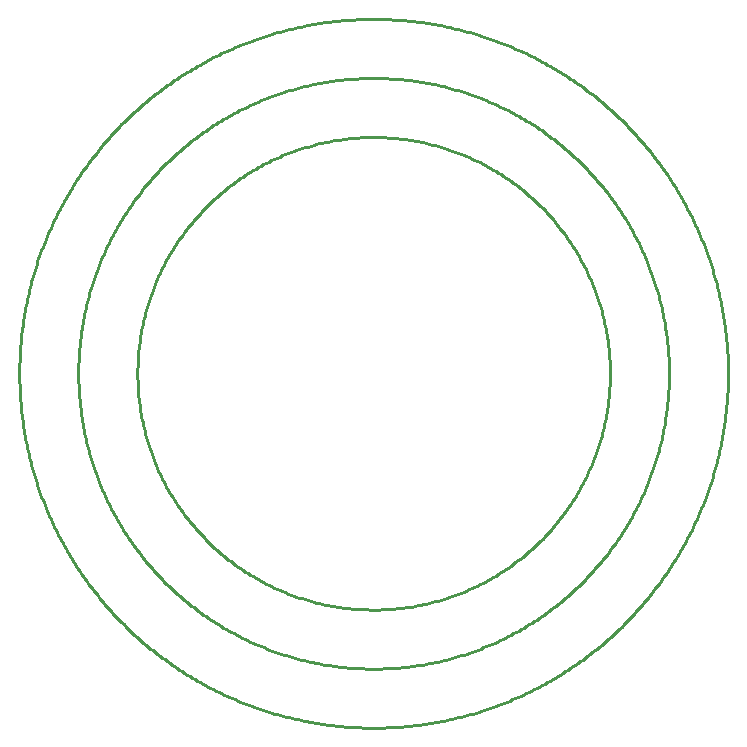
<source format=gm1>
G04*
G04 #@! TF.GenerationSoftware,Altium Limited,Altium Designer,19.0.10 (269)*
G04*
G04 Layer_Color=16711935*
%FSLAX25Y25*%
%MOIN*%
G70*
G01*
G75*
%ADD12C,0.01000*%
D12*
X328425Y202000D02*
X328420Y203001D01*
X328405Y204001D01*
X328379Y205002D01*
X328344Y206002D01*
X328298Y207001D01*
X328242Y208000D01*
X328176Y208999D01*
X328100Y209997D01*
X328013Y210994D01*
X327917Y211990D01*
X327810Y212985D01*
X327694Y213979D01*
X327567Y214971D01*
X327430Y215962D01*
X327283Y216952D01*
X327126Y217940D01*
X326959Y218927D01*
X326782Y219912D01*
X326594Y220895D01*
X326397Y221876D01*
X326190Y222855D01*
X325973Y223832D01*
X325746Y224807D01*
X325510Y225779D01*
X325263Y226749D01*
X325006Y227716D01*
X324740Y228680D01*
X324464Y229642D01*
X324178Y230601D01*
X323882Y231557D01*
X323577Y232510D01*
X323262Y233460D01*
X322937Y234407D01*
X322603Y235350D01*
X322259Y236290D01*
X321906Y237226D01*
X321543Y238158D01*
X321170Y239087D01*
X320789Y240012D01*
X320398Y240933D01*
X319997Y241850D01*
X319587Y242763D01*
X319168Y243672D01*
X318740Y244576D01*
X318302Y245476D01*
X317856Y246372D01*
X317400Y247263D01*
X316936Y248149D01*
X316462Y249030D01*
X315979Y249907D01*
X315488Y250779D01*
X314987Y251645D01*
X314478Y252507D01*
X313961Y253363D01*
X313434Y254214D01*
X312899Y255060D01*
X312355Y255900D01*
X311803Y256734D01*
X311242Y257563D01*
X310673Y258386D01*
X310096Y259203D01*
X309510Y260015D01*
X308916Y260820D01*
X308314Y261619D01*
X307704Y262412D01*
X307085Y263199D01*
X306459Y263980D01*
X305825Y264754D01*
X305183Y265522D01*
X304534Y266283D01*
X303876Y267037D01*
X303211Y267785D01*
X302538Y268526D01*
X301858Y269260D01*
X301171Y269987D01*
X300476Y270707D01*
X299774Y271420D01*
X299064Y272126D01*
X298348Y272824D01*
X297624Y273516D01*
X296894Y274199D01*
X296156Y274876D01*
X295412Y275545D01*
X294661Y276206D01*
X293903Y276859D01*
X293139Y277505D01*
X292368Y278143D01*
X291590Y278773D01*
X290807Y279396D01*
X290017Y280010D01*
X289220Y280616D01*
X288418Y281214D01*
X287610Y281804D01*
X286795Y282385D01*
X285975Y282959D01*
X285149Y283523D01*
X284318Y284080D01*
X283480Y284628D01*
X282638Y285167D01*
X281789Y285698D01*
X280936Y286220D01*
X280077Y286734D01*
X279213Y287239D01*
X278344Y287735D01*
X277469Y288222D01*
X276590Y288700D01*
X275707Y289169D01*
X274818Y289629D01*
X273925Y290080D01*
X273027Y290522D01*
X272125Y290955D01*
X271218Y291379D01*
X270307Y291793D01*
X269392Y292198D01*
X268473Y292594D01*
X267550Y292981D01*
X266623Y293358D01*
X265692Y293725D01*
X264758Y294084D01*
X263820Y294432D01*
X262879Y294771D01*
X261934Y295101D01*
X260986Y295421D01*
X260034Y295731D01*
X259080Y296031D01*
X258122Y296322D01*
X257162Y296603D01*
X256199Y296874D01*
X255233Y297136D01*
X254264Y297388D01*
X253293Y297629D01*
X252320Y297861D01*
X251344Y298083D01*
X250366Y298295D01*
X249386Y298497D01*
X248404Y298689D01*
X247420Y298871D01*
X246434Y299043D01*
X245446Y299206D01*
X244457Y299358D01*
X243467Y299500D01*
X242475Y299631D01*
X241482Y299753D01*
X240487Y299865D01*
X239492Y299967D01*
X238495Y300058D01*
X237498Y300139D01*
X236500Y300210D01*
X235501Y300271D01*
X234501Y300322D01*
X233502Y300363D01*
X232501Y300393D01*
X231501Y300414D01*
X230500Y300424D01*
X229500D01*
X228499Y300414D01*
X227498Y300393D01*
X226498Y300363D01*
X225498Y300322D01*
X224499Y300271D01*
X223500Y300210D01*
X222502Y300139D01*
X221505Y300058D01*
X220508Y299966D01*
X219513Y299865D01*
X218518Y299753D01*
X217525Y299631D01*
X216533Y299500D01*
X215542Y299358D01*
X214553Y299206D01*
X213566Y299043D01*
X212580Y298871D01*
X211596Y298689D01*
X210614Y298497D01*
X209634Y298295D01*
X208656Y298083D01*
X207680Y297861D01*
X206707Y297629D01*
X205736Y297387D01*
X204767Y297136D01*
X203801Y296874D01*
X202838Y296603D01*
X201878Y296322D01*
X200920Y296031D01*
X199966Y295731D01*
X199014Y295421D01*
X198066Y295101D01*
X197121Y294771D01*
X196180Y294432D01*
X195242Y294083D01*
X194307Y293725D01*
X193377Y293358D01*
X192450Y292981D01*
X191527Y292594D01*
X190608Y292198D01*
X189692Y291793D01*
X188782Y291379D01*
X187875Y290955D01*
X186973Y290522D01*
X186075Y290080D01*
X185182Y289629D01*
X184293Y289169D01*
X183409Y288700D01*
X182530Y288222D01*
X181656Y287735D01*
X180787Y287239D01*
X179923Y286734D01*
X179064Y286220D01*
X178210Y285698D01*
X177362Y285167D01*
X176519Y284628D01*
X175682Y284080D01*
X174850Y283523D01*
X174024Y282958D01*
X173204Y282385D01*
X172390Y281803D01*
X171582Y281214D01*
X170779Y280616D01*
X169983Y280010D01*
X169193Y279395D01*
X168409Y278773D01*
X167632Y278143D01*
X166861Y277505D01*
X166097Y276859D01*
X165339Y276205D01*
X164588Y275544D01*
X163844Y274875D01*
X163106Y274199D01*
X162375Y273515D01*
X161652Y272824D01*
X160935Y272126D01*
X160226Y271420D01*
X159524Y270707D01*
X158829Y269987D01*
X158141Y269260D01*
X157461Y268526D01*
X156789Y267785D01*
X156124Y267037D01*
X155466Y266283D01*
X154817Y265522D01*
X154175Y264754D01*
X153541Y263980D01*
X152914Y263199D01*
X152296Y262412D01*
X151686Y261619D01*
X151084Y260820D01*
X150490Y260015D01*
X149904Y259203D01*
X149327Y258386D01*
X148758Y257563D01*
X148197Y256734D01*
X147645Y255900D01*
X147101Y255059D01*
X146566Y254214D01*
X146039Y253363D01*
X145522Y252507D01*
X145012Y251645D01*
X144512Y250779D01*
X144021Y249907D01*
X143538Y249030D01*
X143064Y248149D01*
X142600Y247263D01*
X142144Y246372D01*
X141698Y245476D01*
X141260Y244576D01*
X140832Y243672D01*
X140413Y242763D01*
X140003Y241850D01*
X139602Y240933D01*
X139211Y240012D01*
X138830Y239087D01*
X138457Y238158D01*
X138094Y237226D01*
X137741Y236290D01*
X137397Y235350D01*
X137063Y234407D01*
X136738Y233460D01*
X136423Y232510D01*
X136118Y231557D01*
X135822Y230601D01*
X135536Y229642D01*
X135260Y228680D01*
X134994Y227716D01*
X134737Y226749D01*
X134490Y225779D01*
X134254Y224807D01*
X134027Y223832D01*
X133810Y222855D01*
X133603Y221876D01*
X133405Y220895D01*
X133218Y219912D01*
X133041Y218927D01*
X132874Y217941D01*
X132717Y216952D01*
X132570Y215963D01*
X132433Y214971D01*
X132306Y213979D01*
X132190Y212985D01*
X132083Y211990D01*
X131987Y210994D01*
X131900Y209997D01*
X131824Y208999D01*
X131758Y208001D01*
X131702Y207001D01*
X131656Y206002D01*
X131621Y205002D01*
X131595Y204001D01*
X131580Y203001D01*
X131575Y202000D01*
X131580Y201000D01*
X131595Y199999D01*
X131621Y198999D01*
X131656Y197999D01*
X131702Y196999D01*
X131758Y196000D01*
X131824Y195001D01*
X131900Y194004D01*
X131986Y193007D01*
X132083Y192011D01*
X132190Y191016D01*
X132306Y190022D01*
X132433Y189029D01*
X132570Y188038D01*
X132717Y187048D01*
X132874Y186060D01*
X133041Y185073D01*
X133218Y184089D01*
X133405Y183106D01*
X133602Y182124D01*
X133809Y181145D01*
X134027Y180168D01*
X134253Y179194D01*
X134490Y178222D01*
X134737Y177252D01*
X134994Y176285D01*
X135260Y175320D01*
X135536Y174358D01*
X135822Y173399D01*
X136117Y172443D01*
X136423Y171490D01*
X136738Y170540D01*
X137063Y169594D01*
X137397Y168651D01*
X137741Y167711D01*
X138094Y166775D01*
X138457Y165842D01*
X138829Y164913D01*
X139211Y163988D01*
X139602Y163067D01*
X140003Y162150D01*
X140412Y161238D01*
X140831Y160329D01*
X141260Y159424D01*
X141697Y158524D01*
X142144Y157629D01*
X142599Y156738D01*
X143064Y155852D01*
X143538Y154970D01*
X144020Y154094D01*
X144512Y153222D01*
X145012Y152355D01*
X145521Y151494D01*
X146039Y150638D01*
X146566Y149787D01*
X147101Y148941D01*
X147644Y148101D01*
X148197Y147267D01*
X148757Y146438D01*
X149327Y145615D01*
X149904Y144797D01*
X150490Y143986D01*
X151084Y143181D01*
X151686Y142381D01*
X152296Y141588D01*
X152914Y140801D01*
X153540Y140021D01*
X154174Y139247D01*
X154816Y138479D01*
X155466Y137718D01*
X156123Y136963D01*
X156788Y136216D01*
X157461Y135475D01*
X158141Y134741D01*
X158828Y134014D01*
X159523Y133294D01*
X160225Y132581D01*
X160935Y131875D01*
X161651Y131176D01*
X162375Y130485D01*
X163106Y129801D01*
X163843Y129125D01*
X164587Y128456D01*
X165338Y127795D01*
X166096Y127141D01*
X166861Y126496D01*
X167631Y125857D01*
X168409Y125227D01*
X169193Y124605D01*
X169983Y123991D01*
X170779Y123385D01*
X171581Y122787D01*
X172389Y122197D01*
X173204Y121615D01*
X174024Y121042D01*
X174850Y120477D01*
X175681Y119921D01*
X176519Y119373D01*
X177362Y118833D01*
X178210Y118302D01*
X179063Y117780D01*
X179922Y117267D01*
X180786Y116762D01*
X181656Y116266D01*
X182530Y115779D01*
X183409Y115301D01*
X184293Y114831D01*
X185181Y114371D01*
X186074Y113920D01*
X186972Y113478D01*
X187874Y113045D01*
X188781Y112622D01*
X189692Y112207D01*
X190607Y111802D01*
X191526Y111406D01*
X192449Y111020D01*
X193376Y110643D01*
X194306Y110275D01*
X195241Y109917D01*
X196179Y109568D01*
X197120Y109229D01*
X198065Y108900D01*
X199013Y108580D01*
X199965Y108270D01*
X200919Y107969D01*
X201877Y107678D01*
X202837Y107397D01*
X203800Y107126D01*
X204766Y106865D01*
X205735Y106613D01*
X206706Y106371D01*
X207679Y106139D01*
X208655Y105917D01*
X209633Y105705D01*
X210613Y105503D01*
X211595Y105311D01*
X212579Y105129D01*
X213565Y104957D01*
X214552Y104795D01*
X215541Y104643D01*
X216532Y104501D01*
X217524Y104369D01*
X218517Y104247D01*
X219511Y104135D01*
X220507Y104034D01*
X221503Y103942D01*
X222501Y103861D01*
X223499Y103790D01*
X224498Y103729D01*
X225497Y103678D01*
X226497Y103637D01*
X227497Y103607D01*
X228498Y103586D01*
X229498Y103576D01*
X230499Y103576D01*
X231499Y103586D01*
X232500Y103606D01*
X233500Y103637D01*
X234500Y103678D01*
X235499Y103728D01*
X236498Y103789D01*
X237496Y103861D01*
X238494Y103942D01*
X239490Y104033D01*
X240486Y104135D01*
X241480Y104247D01*
X242473Y104368D01*
X243465Y104500D01*
X244456Y104642D01*
X245445Y104794D01*
X246432Y104956D01*
X247418Y105128D01*
X248402Y105310D01*
X249384Y105502D01*
X250364Y105704D01*
X251342Y105917D01*
X252318Y106139D01*
X253291Y106370D01*
X254262Y106612D01*
X255231Y106864D01*
X256197Y107125D01*
X257160Y107396D01*
X258120Y107677D01*
X259078Y107968D01*
X260032Y108269D01*
X260984Y108579D01*
X261932Y108899D01*
X262877Y109228D01*
X263818Y109567D01*
X264756Y109916D01*
X265691Y110274D01*
X266621Y110641D01*
X267548Y111019D01*
X268471Y111405D01*
X269391Y111801D01*
X270305Y112206D01*
X271216Y112620D01*
X272123Y113044D01*
X273025Y113477D01*
X273923Y113919D01*
X274816Y114370D01*
X275705Y114830D01*
X276589Y115299D01*
X277468Y115777D01*
X278342Y116264D01*
X279211Y116760D01*
X280075Y117265D01*
X280934Y117779D01*
X281787Y118301D01*
X282636Y118832D01*
X283478Y119371D01*
X284316Y119919D01*
X285148Y120475D01*
X285974Y121040D01*
X286794Y121614D01*
X287608Y122195D01*
X288416Y122785D01*
X289219Y123383D01*
X290015Y123989D01*
X290805Y124603D01*
X291589Y125225D01*
X292366Y125856D01*
X293137Y126494D01*
X293901Y127139D01*
X294659Y127793D01*
X295410Y128454D01*
X296155Y129123D01*
X296892Y129799D01*
X297623Y130483D01*
X298346Y131174D01*
X299063Y131873D01*
X299772Y132578D01*
X300474Y133291D01*
X301169Y134011D01*
X301857Y134739D01*
X302537Y135473D01*
X303210Y136213D01*
X303875Y136961D01*
X304532Y137715D01*
X305182Y138477D01*
X305824Y139244D01*
X306458Y140018D01*
X307084Y140799D01*
X307702Y141586D01*
X308312Y142379D01*
X308914Y143178D01*
X309508Y143983D01*
X310094Y144795D01*
X310672Y145612D01*
X311241Y146435D01*
X311802Y147264D01*
X312354Y148098D01*
X312897Y148939D01*
X313433Y149784D01*
X313959Y150635D01*
X314477Y151491D01*
X314986Y152353D01*
X315487Y153219D01*
X315978Y154091D01*
X316461Y154967D01*
X316934Y155849D01*
X317399Y156735D01*
X317855Y157626D01*
X318301Y158521D01*
X318739Y159422D01*
X319167Y160326D01*
X319586Y161235D01*
X319996Y162147D01*
X320397Y163065D01*
X320788Y163986D01*
X321170Y164910D01*
X321542Y165839D01*
X321905Y166772D01*
X322258Y167708D01*
X322602Y168648D01*
X322936Y169591D01*
X323261Y170538D01*
X323576Y171487D01*
X323882Y172440D01*
X324177Y173396D01*
X324463Y174355D01*
X324739Y175317D01*
X325006Y176282D01*
X325262Y177249D01*
X325509Y178219D01*
X325746Y179191D01*
X325973Y180165D01*
X326190Y181142D01*
X326397Y182121D01*
X326594Y183102D01*
X326781Y184085D01*
X326958Y185070D01*
X327125Y186057D01*
X327282Y187045D01*
X327429Y188035D01*
X327566Y189026D01*
X327693Y190019D01*
X327810Y191013D01*
X327917Y192008D01*
X328013Y193004D01*
X328100Y194001D01*
X328176Y194998D01*
X328242Y195997D01*
X328298Y196996D01*
X328344Y197996D01*
X328379Y198996D01*
X328405Y199996D01*
X328420Y200996D01*
X328425Y201997D01*
Y202000D01*
X348110D02*
X348106Y203000D01*
X348093Y204000D01*
X348072Y205000D01*
X348042Y206000D01*
X348004Y206999D01*
X347958Y207998D01*
X347903Y208997D01*
X347839Y209995D01*
X347767Y210993D01*
X347687Y211989D01*
X347598Y212986D01*
X347501Y213981D01*
X347395Y214976D01*
X347281Y215969D01*
X347159Y216962D01*
X347028Y217953D01*
X346889Y218944D01*
X346741Y219933D01*
X346585Y220921D01*
X346421Y221907D01*
X346248Y222892D01*
X346067Y223876D01*
X345877Y224858D01*
X345679Y225839D01*
X345474Y226817D01*
X345259Y227794D01*
X345037Y228769D01*
X344806Y229743D01*
X344567Y230714D01*
X344320Y231683D01*
X344064Y232650D01*
X343800Y233614D01*
X343529Y234577D01*
X343249Y235537D01*
X342961Y236495D01*
X342665Y237450D01*
X342360Y238403D01*
X342048Y239353D01*
X341728Y240301D01*
X341399Y241245D01*
X341063Y242187D01*
X340719Y243126D01*
X340367Y244062D01*
X340006Y244995D01*
X339638Y245925D01*
X339263Y246852D01*
X338879Y247776D01*
X338487Y248696D01*
X338088Y249613D01*
X337681Y250527D01*
X337266Y251437D01*
X336844Y252343D01*
X336414Y253246D01*
X335976Y254145D01*
X335530Y255041D01*
X335078Y255933D01*
X334617Y256821D01*
X334149Y257704D01*
X333674Y258584D01*
X333191Y259460D01*
X332701Y260332D01*
X332203Y261199D01*
X331698Y262063D01*
X331186Y262922D01*
X330666Y263776D01*
X330140Y264627D01*
X329606Y265472D01*
X329065Y266314D01*
X328517Y267150D01*
X327961Y267982D01*
X327399Y268809D01*
X326830Y269632D01*
X326254Y270449D01*
X325671Y271262D01*
X325081Y272069D01*
X324484Y272872D01*
X323880Y273669D01*
X323270Y274462D01*
X322653Y275249D01*
X322030Y276031D01*
X321399Y276807D01*
X320763Y277579D01*
X320120Y278345D01*
X319470Y279105D01*
X318814Y279860D01*
X318151Y280609D01*
X317482Y281353D01*
X316807Y282091D01*
X316126Y282823D01*
X315439Y283549D01*
X314745Y284270D01*
X314045Y284984D01*
X313339Y285693D01*
X312628Y286396D01*
X311910Y287093D01*
X311187Y287783D01*
X310457Y288468D01*
X309722Y289146D01*
X308981Y289818D01*
X308235Y290483D01*
X307483Y291143D01*
X306725Y291796D01*
X305962Y292442D01*
X305194Y293082D01*
X304420Y293716D01*
X303640Y294342D01*
X302856Y294963D01*
X302066Y295576D01*
X301271Y296183D01*
X300471Y296783D01*
X299666Y297377D01*
X298856Y297963D01*
X298041Y298543D01*
X297221Y299115D01*
X296396Y299681D01*
X295566Y300240D01*
X294732Y300792D01*
X293893Y301336D01*
X293050Y301874D01*
X292202Y302404D01*
X291350Y302927D01*
X290493Y303443D01*
X289632Y303952D01*
X288766Y304453D01*
X287896Y304947D01*
X287023Y305433D01*
X286145Y305912D01*
X285263Y306384D01*
X284377Y306848D01*
X283487Y307305D01*
X282593Y307754D01*
X281696Y308196D01*
X280795Y308630D01*
X279890Y309056D01*
X278982Y309475D01*
X278070Y309886D01*
X277155Y310289D01*
X276236Y310684D01*
X275314Y311072D01*
X274389Y311452D01*
X273461Y311824D01*
X272529Y312188D01*
X271594Y312544D01*
X270657Y312892D01*
X269716Y313232D01*
X268773Y313565D01*
X267827Y313889D01*
X266878Y314205D01*
X265927Y314514D01*
X264973Y314814D01*
X264016Y315106D01*
X263057Y315390D01*
X262096Y315666D01*
X261132Y315933D01*
X260166Y316193D01*
X259198Y316444D01*
X258228Y316687D01*
X257256Y316922D01*
X256282Y317149D01*
X255306Y317367D01*
X254328Y317578D01*
X253348Y317779D01*
X252367Y317973D01*
X251384Y318158D01*
X250400Y318335D01*
X249414Y318504D01*
X248427Y318664D01*
X247438Y318816D01*
X246448Y318959D01*
X245458Y319094D01*
X244465Y319221D01*
X243472Y319339D01*
X242478Y319449D01*
X241483Y319551D01*
X240487Y319644D01*
X239491Y319728D01*
X238494Y319804D01*
X237496Y319872D01*
X236497Y319931D01*
X235498Y319982D01*
X234499Y320024D01*
X233500Y320058D01*
X232500Y320084D01*
X231500Y320101D01*
X230500Y320109D01*
X229500D01*
X228500Y320101D01*
X227500Y320084D01*
X226500Y320058D01*
X225500Y320024D01*
X224501Y319982D01*
X223502Y319931D01*
X222504Y319872D01*
X221506Y319804D01*
X220509Y319728D01*
X219512Y319644D01*
X218516Y319551D01*
X217521Y319449D01*
X216527Y319339D01*
X215534Y319221D01*
X214542Y319094D01*
X213551Y318959D01*
X212561Y318816D01*
X211573Y318664D01*
X210585Y318504D01*
X209599Y318335D01*
X208615Y318158D01*
X207632Y317973D01*
X206651Y317779D01*
X205672Y317578D01*
X204694Y317367D01*
X203718Y317149D01*
X202744Y316922D01*
X201771Y316687D01*
X200801Y316444D01*
X199833Y316193D01*
X198867Y315933D01*
X197904Y315666D01*
X196942Y315390D01*
X195983Y315106D01*
X195027Y314814D01*
X194073Y314513D01*
X193121Y314205D01*
X192173Y313889D01*
X191226Y313564D01*
X190283Y313232D01*
X189343Y312892D01*
X188405Y312544D01*
X187470Y312187D01*
X186539Y311823D01*
X185611Y311451D01*
X184685Y311072D01*
X183763Y310684D01*
X182845Y310289D01*
X181929Y309885D01*
X181018Y309474D01*
X180109Y309056D01*
X179205Y308629D01*
X178304Y308196D01*
X177406Y307754D01*
X176512Y307305D01*
X175623Y306848D01*
X174737Y306384D01*
X173855Y305912D01*
X172977Y305433D01*
X172103Y304946D01*
X171233Y304453D01*
X170368Y303951D01*
X169507Y303443D01*
X168650Y302927D01*
X167798Y302404D01*
X166950Y301873D01*
X166106Y301336D01*
X165267Y300791D01*
X164433Y300240D01*
X163604Y299681D01*
X162779Y299115D01*
X161959Y298542D01*
X161144Y297963D01*
X160334Y297376D01*
X159529Y296783D01*
X158729Y296183D01*
X157933Y295576D01*
X157144Y294962D01*
X156359Y294342D01*
X155580Y293715D01*
X154806Y293082D01*
X154037Y292442D01*
X153274Y291795D01*
X152517Y291142D01*
X151765Y290483D01*
X151018Y289817D01*
X150277Y289145D01*
X149542Y288467D01*
X148813Y287783D01*
X148090Y287092D01*
X147372Y286396D01*
X146660Y285693D01*
X145955Y284984D01*
X145255Y284270D01*
X144561Y283549D01*
X143874Y282823D01*
X143193Y282090D01*
X142517Y281353D01*
X141849Y280609D01*
X141186Y279860D01*
X140530Y279105D01*
X139880Y278344D01*
X139237Y277579D01*
X138601Y276807D01*
X137970Y276031D01*
X137347Y275249D01*
X136730Y274462D01*
X136120Y273669D01*
X135516Y272872D01*
X134919Y272069D01*
X134329Y271262D01*
X133746Y270449D01*
X133170Y269632D01*
X132601Y268809D01*
X132039Y267982D01*
X131483Y267150D01*
X130935Y266314D01*
X130394Y265472D01*
X129860Y264627D01*
X129334Y263776D01*
X128814Y262922D01*
X128302Y262063D01*
X127797Y261200D01*
X127299Y260332D01*
X126809Y259460D01*
X126326Y258584D01*
X125851Y257705D01*
X125383Y256821D01*
X124923Y255933D01*
X124470Y255041D01*
X124024Y254146D01*
X123586Y253246D01*
X123156Y252344D01*
X122734Y251437D01*
X122319Y250527D01*
X121912Y249613D01*
X121513Y248696D01*
X121121Y247776D01*
X120738Y246852D01*
X120362Y245926D01*
X119994Y244996D01*
X119633Y244063D01*
X119281Y243127D01*
X118937Y242188D01*
X118601Y241246D01*
X118272Y240301D01*
X117952Y239354D01*
X117640Y238404D01*
X117336Y237451D01*
X117039Y236495D01*
X116751Y235538D01*
X116472Y234578D01*
X116200Y233615D01*
X115936Y232650D01*
X115681Y231683D01*
X115433Y230714D01*
X115194Y229743D01*
X114963Y228770D01*
X114741Y227795D01*
X114527Y226818D01*
X114321Y225839D01*
X114123Y224859D01*
X113934Y223877D01*
X113752Y222893D01*
X113580Y221908D01*
X113415Y220922D01*
X113259Y219934D01*
X113112Y218945D01*
X112972Y217954D01*
X112841Y216963D01*
X112719Y215970D01*
X112605Y214977D01*
X112499Y213982D01*
X112402Y212987D01*
X112313Y211990D01*
X112233Y210994D01*
X112161Y209996D01*
X112097Y208998D01*
X112042Y207999D01*
X111996Y207000D01*
X111958Y206001D01*
X111928Y205001D01*
X111907Y204001D01*
X111894Y203001D01*
X111890Y202001D01*
X111894Y201001D01*
X111907Y200001D01*
X111928Y199001D01*
X111958Y198001D01*
X111996Y197002D01*
X112042Y196003D01*
X112097Y195004D01*
X112161Y194006D01*
X112232Y193009D01*
X112313Y192012D01*
X112402Y191016D01*
X112499Y190020D01*
X112604Y189026D01*
X112719Y188032D01*
X112841Y187039D01*
X112972Y186048D01*
X113111Y185057D01*
X113259Y184068D01*
X113415Y183080D01*
X113579Y182094D01*
X113752Y181109D01*
X113933Y180125D01*
X114122Y179143D01*
X114320Y178163D01*
X114526Y177184D01*
X114741Y176207D01*
X114963Y175232D01*
X115194Y174259D01*
X115433Y173288D01*
X115680Y172319D01*
X115936Y171352D01*
X116199Y170387D01*
X116471Y169424D01*
X116751Y168464D01*
X117039Y167507D01*
X117335Y166551D01*
X117639Y165599D01*
X117951Y164648D01*
X118272Y163701D01*
X118600Y162756D01*
X118936Y161814D01*
X119281Y160875D01*
X119633Y159939D01*
X119993Y159006D01*
X120361Y158076D01*
X120737Y157150D01*
X121120Y156226D01*
X121512Y155306D01*
X121911Y154389D01*
X122318Y153475D01*
X122733Y152565D01*
X123155Y151658D01*
X123586Y150756D01*
X124023Y149856D01*
X124469Y148961D01*
X124922Y148069D01*
X125382Y147181D01*
X125850Y146297D01*
X126325Y145417D01*
X126808Y144542D01*
X127298Y143670D01*
X127796Y142802D01*
X128301Y141939D01*
X128813Y141080D01*
X129333Y140225D01*
X129859Y139375D01*
X130393Y138529D01*
X130934Y137688D01*
X131482Y136852D01*
X132038Y136020D01*
X132600Y135193D01*
X133169Y134370D01*
X133745Y133553D01*
X134328Y132740D01*
X134918Y131932D01*
X135515Y131130D01*
X136118Y130332D01*
X136729Y129540D01*
X137345Y128753D01*
X137969Y127971D01*
X138599Y127194D01*
X139236Y126423D01*
X139879Y125657D01*
X140529Y124897D01*
X141185Y124142D01*
X141847Y123393D01*
X142516Y122649D01*
X143191Y121911D01*
X143872Y121179D01*
X144560Y120452D01*
X145253Y119732D01*
X145953Y119017D01*
X146659Y118308D01*
X147370Y117606D01*
X148088Y116909D01*
X148811Y116219D01*
X149541Y115534D01*
X150276Y114856D01*
X151017Y114184D01*
X151763Y113518D01*
X152515Y112859D01*
X153273Y112206D01*
X154036Y111560D01*
X154804Y110920D01*
X155578Y110286D01*
X156358Y109659D01*
X157142Y109039D01*
X157932Y108425D01*
X158727Y107818D01*
X159527Y107218D01*
X160332Y106625D01*
X161142Y106038D01*
X161957Y105459D01*
X162777Y104886D01*
X163602Y104320D01*
X164431Y103762D01*
X165265Y103210D01*
X166104Y102665D01*
X166948Y102128D01*
X167796Y101598D01*
X168648Y101075D01*
X169505Y100559D01*
X170366Y100050D01*
X171231Y99549D01*
X172101Y99055D01*
X172975Y98568D01*
X173853Y98089D01*
X174735Y97617D01*
X175620Y97153D01*
X176510Y96696D01*
X177404Y96247D01*
X178301Y95806D01*
X179202Y95372D01*
X180107Y94945D01*
X181015Y94527D01*
X181927Y94116D01*
X182842Y93713D01*
X183761Y93317D01*
X184683Y92929D01*
X185608Y92550D01*
X186537Y92178D01*
X187468Y91813D01*
X188402Y91457D01*
X189340Y91109D01*
X190280Y90769D01*
X191224Y90436D01*
X192170Y90112D01*
X193119Y89796D01*
X194070Y89487D01*
X195024Y89187D01*
X195981Y88895D01*
X196940Y88611D01*
X197901Y88335D01*
X198865Y88068D01*
X199830Y87808D01*
X200798Y87557D01*
X201769Y87313D01*
X202741Y87078D01*
X203715Y86852D01*
X204691Y86633D01*
X205669Y86423D01*
X206648Y86221D01*
X207629Y86028D01*
X208612Y85842D01*
X209596Y85666D01*
X210582Y85497D01*
X211569Y85337D01*
X212558Y85185D01*
X213548Y85041D01*
X214539Y84906D01*
X215531Y84779D01*
X216524Y84661D01*
X217518Y84551D01*
X218513Y84450D01*
X219509Y84357D01*
X220505Y84272D01*
X221503Y84196D01*
X222500Y84128D01*
X223499Y84069D01*
X224498Y84018D01*
X225497Y83976D01*
X226496Y83942D01*
X227496Y83916D01*
X228496Y83899D01*
X229496Y83891D01*
X230496Y83891D01*
X231497Y83899D01*
X232497Y83916D01*
X233496Y83942D01*
X234496Y83975D01*
X235495Y84018D01*
X236494Y84068D01*
X237492Y84128D01*
X238490Y84195D01*
X239487Y84271D01*
X240484Y84356D01*
X241480Y84449D01*
X242475Y84550D01*
X243469Y84660D01*
X244462Y84778D01*
X245454Y84905D01*
X246445Y85040D01*
X247435Y85184D01*
X248423Y85335D01*
X249411Y85496D01*
X250396Y85664D01*
X251381Y85841D01*
X252363Y86026D01*
X253345Y86220D01*
X254324Y86422D01*
X255302Y86632D01*
X256278Y86850D01*
X257252Y87077D01*
X258224Y87312D01*
X259194Y87555D01*
X260162Y87806D01*
X261128Y88066D01*
X262092Y88333D01*
X263053Y88609D01*
X264012Y88893D01*
X264969Y89185D01*
X265923Y89485D01*
X266874Y89793D01*
X267823Y90110D01*
X268769Y90434D01*
X269713Y90766D01*
X270653Y91107D01*
X271591Y91455D01*
X272525Y91811D01*
X273457Y92175D01*
X274385Y92547D01*
X275310Y92927D01*
X276232Y93314D01*
X277151Y93710D01*
X278066Y94113D01*
X278978Y94524D01*
X279886Y94942D01*
X280791Y95368D01*
X281692Y95802D01*
X282590Y96244D01*
X283483Y96693D01*
X284373Y97150D01*
X285259Y97614D01*
X286141Y98085D01*
X287019Y98565D01*
X287893Y99051D01*
X288762Y99545D01*
X289628Y100046D01*
X290489Y100555D01*
X291346Y101071D01*
X292198Y101594D01*
X293046Y102124D01*
X293890Y102661D01*
X294728Y103206D01*
X295563Y103758D01*
X296392Y104316D01*
X297217Y104882D01*
X298037Y105455D01*
X298852Y106034D01*
X299662Y106621D01*
X300467Y107214D01*
X301267Y107814D01*
X302062Y108421D01*
X302852Y109035D01*
X303637Y109655D01*
X304416Y110282D01*
X305190Y110915D01*
X305959Y111555D01*
X306722Y112201D01*
X307480Y112854D01*
X308231Y113514D01*
X308978Y114179D01*
X309719Y114851D01*
X310454Y115529D01*
X311183Y116214D01*
X311907Y116904D01*
X312624Y117601D01*
X313336Y118303D01*
X314042Y119012D01*
X314741Y119727D01*
X315435Y120447D01*
X316123Y121174D01*
X316804Y121906D01*
X317479Y122644D01*
X318148Y123387D01*
X318810Y124136D01*
X319466Y124891D01*
X320116Y125652D01*
X320760Y126417D01*
X321396Y127189D01*
X322026Y127965D01*
X322650Y128747D01*
X323267Y129534D01*
X323877Y130327D01*
X324481Y131124D01*
X325078Y131927D01*
X325668Y132734D01*
X326251Y133547D01*
X326827Y134364D01*
X327396Y135187D01*
X327958Y136014D01*
X328514Y136846D01*
X329062Y137682D01*
X329603Y138523D01*
X330137Y139369D01*
X330663Y140219D01*
X331183Y141074D01*
X331695Y141933D01*
X332200Y142796D01*
X332698Y143664D01*
X333188Y144535D01*
X333671Y145411D01*
X334147Y146291D01*
X334615Y147175D01*
X335075Y148063D01*
X335528Y148954D01*
X335974Y149850D01*
X336411Y150749D01*
X336841Y151652D01*
X337264Y152558D01*
X337679Y153468D01*
X338086Y154382D01*
X338485Y155299D01*
X338877Y156219D01*
X339261Y157143D01*
X339636Y158070D01*
X340004Y159000D01*
X340365Y159932D01*
X340717Y160869D01*
X341061Y161808D01*
X341398Y162749D01*
X341726Y163694D01*
X342046Y164641D01*
X342359Y165592D01*
X342663Y166544D01*
X342959Y167500D01*
X343247Y168457D01*
X343527Y169418D01*
X343799Y170380D01*
X344063Y171345D01*
X344318Y172312D01*
X344565Y173281D01*
X344805Y174252D01*
X345035Y175225D01*
X345258Y176200D01*
X345472Y177177D01*
X345678Y178156D01*
X345876Y179136D01*
X346065Y180118D01*
X346247Y181102D01*
X346420Y182087D01*
X346584Y183073D01*
X346740Y184061D01*
X346888Y185050D01*
X347027Y186041D01*
X347158Y187032D01*
X347281Y188025D01*
X347395Y189018D01*
X347500Y190013D01*
X347598Y191008D01*
X347687Y192004D01*
X347767Y193001D01*
X347839Y193999D01*
X347902Y194997D01*
X347957Y195996D01*
X348004Y196995D01*
X348042Y197994D01*
X348072Y198994D01*
X348093Y199994D01*
X348106Y200994D01*
X348110Y201994D01*
Y202000D01*
X308740D02*
X308734Y202999D01*
X308715Y203999D01*
X308683Y204998D01*
X308639Y205996D01*
X308582Y206994D01*
X308512Y207991D01*
X308430Y208987D01*
X308334Y209982D01*
X308227Y210976D01*
X308107Y211968D01*
X307974Y212959D01*
X307828Y213947D01*
X307671Y214934D01*
X307500Y215919D01*
X307317Y216902D01*
X307122Y217882D01*
X306914Y218860D01*
X306694Y219834D01*
X306461Y220806D01*
X306216Y221775D01*
X305959Y222741D01*
X305690Y223704D01*
X305408Y224663D01*
X305115Y225618D01*
X304809Y226570D01*
X304491Y227517D01*
X304161Y228461D01*
X303819Y229400D01*
X303465Y230334D01*
X303100Y231265D01*
X302723Y232190D01*
X302333Y233111D01*
X301933Y234027D01*
X301520Y234937D01*
X301097Y235842D01*
X300661Y236742D01*
X300215Y237636D01*
X299757Y238524D01*
X299287Y239407D01*
X298807Y240283D01*
X298316Y241154D01*
X297813Y242018D01*
X297300Y242875D01*
X296776Y243726D01*
X296240Y244570D01*
X295695Y245408D01*
X295139Y246238D01*
X294572Y247061D01*
X293995Y247877D01*
X293407Y248686D01*
X292809Y249487D01*
X292202Y250280D01*
X291584Y251066D01*
X290956Y251844D01*
X290318Y252613D01*
X289671Y253375D01*
X289014Y254128D01*
X288348Y254873D01*
X287672Y255609D01*
X286987Y256337D01*
X286293Y257056D01*
X285589Y257766D01*
X284877Y258467D01*
X284156Y259159D01*
X283426Y259842D01*
X282687Y260515D01*
X281941Y261179D01*
X281185Y261834D01*
X280422Y262479D01*
X279650Y263114D01*
X278870Y263739D01*
X278082Y264354D01*
X277287Y264960D01*
X276484Y265555D01*
X275674Y266140D01*
X274856Y266714D01*
X274031Y267279D01*
X273199Y267832D01*
X272360Y268375D01*
X271514Y268907D01*
X270661Y269429D01*
X269802Y269940D01*
X268936Y270439D01*
X268065Y270928D01*
X267187Y271406D01*
X266303Y271872D01*
X265413Y272327D01*
X264517Y272771D01*
X263616Y273204D01*
X262710Y273624D01*
X261798Y274034D01*
X260881Y274432D01*
X259959Y274818D01*
X259033Y275192D01*
X258101Y275555D01*
X257165Y275906D01*
X256225Y276244D01*
X255281Y276571D01*
X254332Y276886D01*
X253380Y277189D01*
X252423Y277480D01*
X251464Y277758D01*
X250500Y278025D01*
X249534Y278279D01*
X248564Y278521D01*
X247591Y278750D01*
X246615Y278967D01*
X245637Y279172D01*
X244656Y279364D01*
X243673Y279544D01*
X242688Y279711D01*
X241700Y279866D01*
X240711Y280008D01*
X239720Y280138D01*
X238727Y280255D01*
X237734Y280360D01*
X236738Y280451D01*
X235742Y280531D01*
X234745Y280597D01*
X233747Y280651D01*
X232748Y280692D01*
X231749Y280721D01*
X230750Y280737D01*
X229750Y280740D01*
X228751Y280730D01*
X227752Y280708D01*
X226753Y280673D01*
X225754Y280626D01*
X224757Y280565D01*
X223760Y280492D01*
X222764Y280407D01*
X221769Y280309D01*
X220776Y280198D01*
X219784Y280075D01*
X218794Y279939D01*
X217806Y279790D01*
X216819Y279629D01*
X215835Y279456D01*
X214853Y279270D01*
X213874Y279071D01*
X212897Y278860D01*
X211922Y278637D01*
X210951Y278401D01*
X209983Y278153D01*
X209018Y277893D01*
X208056Y277621D01*
X207098Y277336D01*
X206144Y277039D01*
X205193Y276730D01*
X204247Y276410D01*
X203304Y276077D01*
X202366Y275732D01*
X201433Y275375D01*
X200503Y275007D01*
X199579Y274626D01*
X198660Y274234D01*
X197746Y273831D01*
X196836Y273416D01*
X195932Y272989D01*
X195034Y272551D01*
X194142Y272101D01*
X193255Y271640D01*
X192374Y271168D01*
X191499Y270685D01*
X190630Y270191D01*
X189768Y269686D01*
X188912Y269170D01*
X188063Y268643D01*
X187220Y268105D01*
X186384Y267557D01*
X185556Y266998D01*
X184734Y266428D01*
X183920Y265849D01*
X183114Y265259D01*
X182314Y264658D01*
X181523Y264048D01*
X180739Y263428D01*
X179963Y262798D01*
X179196Y262158D01*
X178436Y261508D01*
X177685Y260849D01*
X176942Y260180D01*
X176208Y259502D01*
X175482Y258814D01*
X174766Y258118D01*
X174058Y257412D01*
X173359Y256698D01*
X172669Y255974D01*
X171989Y255242D01*
X171318Y254502D01*
X170656Y253752D01*
X170004Y252995D01*
X169361Y252229D01*
X168729Y251456D01*
X168106Y250674D01*
X167493Y249884D01*
X166890Y249087D01*
X166298Y248282D01*
X165716Y247470D01*
X165144Y246650D01*
X164582Y245824D01*
X164031Y244990D01*
X163491Y244149D01*
X162961Y243301D01*
X162442Y242447D01*
X161934Y241586D01*
X161437Y240719D01*
X160951Y239846D01*
X160477Y238966D01*
X160013Y238081D01*
X159561Y237189D01*
X159120Y236293D01*
X158690Y235390D01*
X158272Y234482D01*
X157865Y233569D01*
X157471Y232651D01*
X157087Y231728D01*
X156716Y230800D01*
X156356Y229868D01*
X156008Y228930D01*
X155673Y227989D01*
X155349Y227044D01*
X155037Y226094D01*
X154737Y225141D01*
X154449Y224183D01*
X154174Y223223D01*
X153911Y222258D01*
X153659Y221291D01*
X153421Y220320D01*
X153194Y219347D01*
X152980Y218371D01*
X152779Y217392D01*
X152590Y216410D01*
X152413Y215426D01*
X152249Y214441D01*
X152097Y213453D01*
X151958Y212463D01*
X151832Y211472D01*
X151718Y210479D01*
X151616Y209484D01*
X151528Y208489D01*
X151452Y207492D01*
X151388Y206495D01*
X151338Y205497D01*
X151300Y204498D01*
X151274Y203499D01*
X151261Y202499D01*
X151261Y201500D01*
X151274Y200500D01*
X151300Y199501D01*
X151338Y198502D01*
X151388Y197504D01*
X151452Y196507D01*
X151528Y195510D01*
X151616Y194515D01*
X151718Y193520D01*
X151832Y192527D01*
X151958Y191536D01*
X152097Y190546D01*
X152249Y189558D01*
X152413Y188572D01*
X152590Y187589D01*
X152779Y186607D01*
X152981Y185628D01*
X153195Y184652D01*
X153421Y183678D01*
X153660Y182708D01*
X153911Y181740D01*
X154174Y180776D01*
X154450Y179816D01*
X154737Y178858D01*
X155037Y177905D01*
X155349Y176955D01*
X155673Y176010D01*
X156009Y175068D01*
X156357Y174132D01*
X156716Y173199D01*
X157088Y172271D01*
X157471Y171348D01*
X157866Y170430D01*
X158272Y169517D01*
X158690Y168609D01*
X159120Y167707D01*
X159561Y166810D01*
X160013Y165918D01*
X160477Y165033D01*
X160952Y164153D01*
X161438Y163280D01*
X161935Y162413D01*
X162443Y161552D01*
X162962Y160698D01*
X163491Y159850D01*
X164032Y159010D01*
X164583Y158176D01*
X165144Y157349D01*
X165716Y156529D01*
X166298Y155717D01*
X166891Y154912D01*
X167494Y154115D01*
X168107Y153325D01*
X168729Y152544D01*
X169362Y151770D01*
X170005Y151004D01*
X170657Y150247D01*
X171318Y149498D01*
X171990Y148757D01*
X172670Y148025D01*
X173360Y147302D01*
X174059Y146587D01*
X174767Y145881D01*
X175483Y145185D01*
X176209Y144498D01*
X176943Y143819D01*
X177686Y143151D01*
X178437Y142491D01*
X179197Y141842D01*
X179964Y141202D01*
X180740Y140571D01*
X181524Y139951D01*
X182315Y139341D01*
X183114Y138741D01*
X183921Y138151D01*
X184735Y137571D01*
X185557Y137002D01*
X186385Y136443D01*
X187221Y135894D01*
X188064Y135357D01*
X188913Y134830D01*
X189769Y134314D01*
X190631Y133808D01*
X191500Y133314D01*
X192375Y132831D01*
X193256Y132359D01*
X194143Y131898D01*
X195035Y131449D01*
X195934Y131011D01*
X196837Y130584D01*
X197747Y130169D01*
X198661Y129765D01*
X199580Y129373D01*
X200505Y128993D01*
X201434Y128624D01*
X202367Y128268D01*
X203306Y127923D01*
X204248Y127590D01*
X205195Y127269D01*
X206145Y126960D01*
X207100Y126663D01*
X208058Y126379D01*
X209019Y126107D01*
X209984Y125846D01*
X210952Y125598D01*
X211924Y125363D01*
X212898Y125139D01*
X213875Y124929D01*
X214855Y124730D01*
X215837Y124544D01*
X216821Y124371D01*
X217807Y124210D01*
X218795Y124061D01*
X219786Y123925D01*
X220778Y123802D01*
X221771Y123691D01*
X222765Y123593D01*
X223761Y123507D01*
X224758Y123434D01*
X225756Y123374D01*
X226754Y123327D01*
X227753Y123292D01*
X228752Y123270D01*
X229751Y123260D01*
X230751Y123263D01*
X231750Y123279D01*
X232749Y123308D01*
X233748Y123349D01*
X234746Y123403D01*
X235743Y123470D01*
X236739Y123549D01*
X237735Y123641D01*
X238729Y123745D01*
X239721Y123862D01*
X240712Y123992D01*
X241702Y124134D01*
X242689Y124289D01*
X243674Y124456D01*
X244657Y124636D01*
X245638Y124828D01*
X246616Y125033D01*
X247592Y125250D01*
X248565Y125480D01*
X249535Y125722D01*
X250501Y125976D01*
X251464Y126242D01*
X252424Y126520D01*
X253380Y126811D01*
X254333Y127114D01*
X255282Y127429D01*
X256226Y127756D01*
X257166Y128095D01*
X258102Y128445D01*
X259033Y128808D01*
X259960Y129182D01*
X260882Y129569D01*
X261799Y129966D01*
X262711Y130376D01*
X263617Y130797D01*
X264518Y131229D01*
X265414Y131673D01*
X266303Y132128D01*
X267187Y132595D01*
X268065Y133072D01*
X268937Y133561D01*
X269803Y134061D01*
X270662Y134571D01*
X271515Y135093D01*
X272360Y135625D01*
X273199Y136168D01*
X274032Y136722D01*
X274857Y137286D01*
X275674Y137861D01*
X276485Y138445D01*
X277288Y139041D01*
X278083Y139646D01*
X278871Y140261D01*
X279650Y140886D01*
X280422Y141522D01*
X281186Y142166D01*
X281941Y142821D01*
X282688Y143485D01*
X283426Y144158D01*
X284156Y144841D01*
X284877Y145533D01*
X285590Y146234D01*
X286293Y146944D01*
X286987Y147663D01*
X287672Y148391D01*
X288348Y149127D01*
X289015Y149872D01*
X289671Y150626D01*
X290319Y151387D01*
X290956Y152157D01*
X291584Y152935D01*
X292202Y153720D01*
X292810Y154514D01*
X293407Y155315D01*
X293995Y156123D01*
X294572Y156939D01*
X295139Y157763D01*
X295695Y158593D01*
X296241Y159430D01*
X296776Y160274D01*
X297300Y161125D01*
X297813Y161983D01*
X298316Y162847D01*
X298807Y163717D01*
X299288Y164594D01*
X299757Y165476D01*
X300215Y166364D01*
X300661Y167258D01*
X301097Y168158D01*
X301520Y169063D01*
X301933Y169974D01*
X302333Y170889D01*
X302723Y171810D01*
X303100Y172735D01*
X303466Y173666D01*
X303819Y174600D01*
X304161Y175540D01*
X304491Y176483D01*
X304809Y177431D01*
X305115Y178382D01*
X305408Y179337D01*
X305690Y180296D01*
X305959Y181259D01*
X306217Y182225D01*
X306461Y183194D01*
X306694Y184166D01*
X306914Y185141D01*
X307122Y186118D01*
X307317Y187098D01*
X307500Y188081D01*
X307671Y189066D01*
X307828Y190053D01*
X307974Y191042D01*
X308107Y192032D01*
X308227Y193024D01*
X308334Y194018D01*
X308430Y195013D01*
X308512Y196009D01*
X308582Y197006D01*
X308639Y198004D01*
X308683Y199002D01*
X308715Y200001D01*
X308734Y201000D01*
X308740Y202000D01*
M02*

</source>
